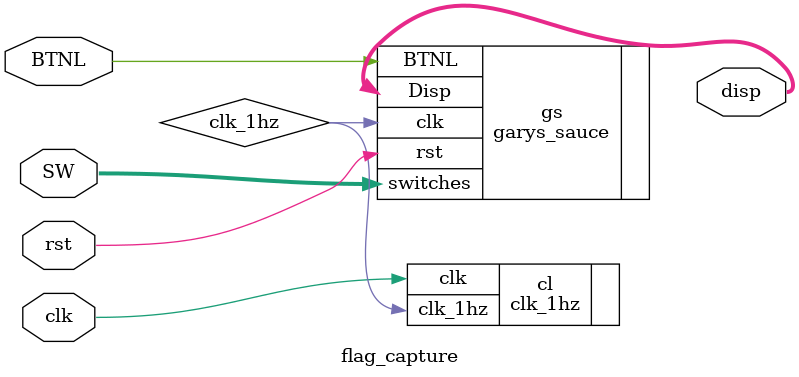
<source format=v>
`timescale 1ns / 1ps


module flag_capture(input clk, input rst, input [7:0] SW, input BTNL, output [7:0] disp);
    wire clk_1hz;
    clk_1hz cl(.clk(clk), .clk_1hz(clk_1hz));
    garys_sauce gs(.clk(clk_1hz), .rst(rst), .BTNL(BTNL), .switches(SW), .Disp(disp));
endmodule

</source>
